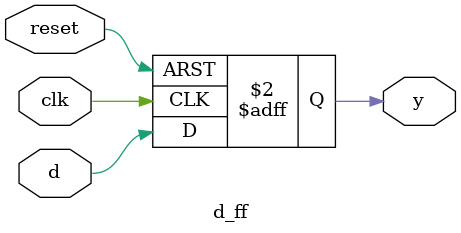
<source format=v>
module d_ff(

input wire d,
input wire clk,
input wire reset,
output reg y

);

always @(posedge clk or posedge reset) begin

if(reset)
y <= 1'b0;
else
y <= d;

end
endmodule

</source>
